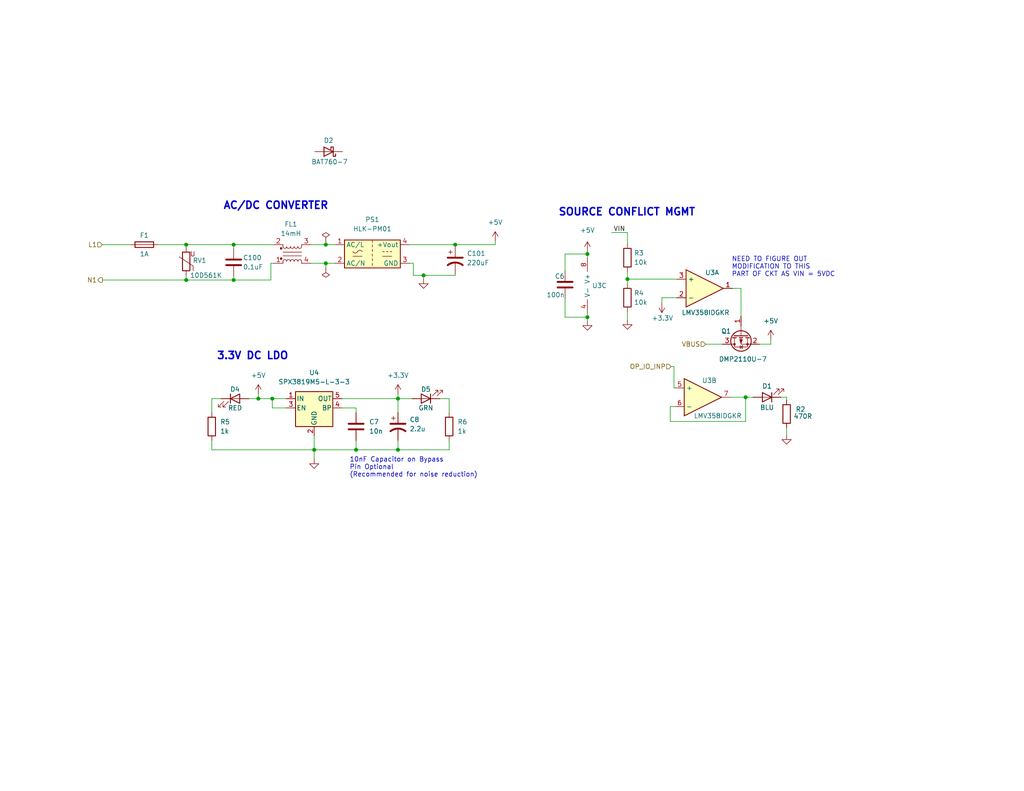
<source format=kicad_sch>
(kicad_sch (version 20211123) (generator eeschema)
  (paper "USLetter")
  (title_block (title "Power Supply - 5V and 3V3 LDOs") (date "2022-11-09") (rev "1.1"))
  (lib_symbols
    (symbol "Converter_ACDC:HLK-PM01"
      (property "Reference" "PS1" (at 0 9.398 0))
      (property "Value" "HLK-PM01" (at 0 6.858 0))
      (symbol "HLK-PM01_0_1"
        (rectangle (start -7.62 3.81) (end 7.62 -3.81) (stroke (width 0.254)) (fill (type background)))
        (arc (start -5.334 0.635) (mid -4.699 0.2495) (end -4.064 0.635))
        (arc (start -2.794 0.635) (mid -3.429 1.0072) (end -4.064 0.635))
        (polyline (pts (xy -5.334 -0.635) (xy -2.794 -0.635)))
        (polyline (pts (xy 0 -2.54) (xy 0 -3.175)))
        (polyline (pts (xy 0 -1.27) (xy 0 -1.905)))
        (polyline (pts (xy 0 0) (xy 0 -0.635)))
        (polyline (pts (xy 0 1.27) (xy 0 0.635)))
        (polyline (pts (xy 0 2.54) (xy 0 1.905)))
        (polyline (pts (xy 0 3.81) (xy 0 3.175)))
        (polyline (pts (xy 2.794 -0.635) (xy 5.334 -0.635)))
        (polyline (pts (xy 2.794 0.635) (xy 3.302 0.635)))
        (polyline (pts (xy 3.81 0.635) (xy 4.318 0.635)))
        (polyline (pts (xy 4.826 0.635) (xy 5.334 0.635)))
      )
      (symbol "HLK-PM01_1_1"
        (pin power_in line (at -10.16 2.54 0) (length 2.54) (name "AC/L") (number "1"))
        (pin power_in line (at -10.16 -2.54 0) (length 2.54) (name "AC/N") (number "2"))
        (pin power_in line (at 10.16 -2.54 180) (length 2.54) (name "GND") (number "3"))
        (pin power_out line (at 10.16 2.54 180) (length 2.54) (name "+Vout") (number "4"))
      )
    )
    (symbol "Device:C" (pin_numbers hide) (pin_names (offset 0.254))
      (property "Reference" "C" (at 0.635 2.54 0))
      (property "Value" "C" (at 0.635 -2.54 0))
      (symbol "C_0_1"
        (polyline (pts (xy -2.032 -0.762) (xy 2.032 -0.762)) (stroke (width 0.508)))
        (polyline (pts (xy -2.032 0.762) (xy 2.032 0.762)) (stroke (width 0.508)))
      )
      (symbol "C_1_1"
        (pin passive line (at 0 3.81 270) (length 2.794) (name "~") (number "1"))
        (pin passive line (at 0 -3.81 90) (length 2.794) (name "~") (number "2"))
      )
    )
    (symbol "Device:C_Polarized_US" (pin_numbers hide) (pin_names (offset 0.254) hide)
      (property "Reference" "C" (at 0.635 2.54 0))
      (property "Value" "C_Polarized_US" (at 0.635 -2.54 0))
      (symbol "C_Polarized_US_0_1"
        (polyline (pts (xy -2.032 0.762) (xy 2.032 0.762)) (stroke (width 0.508)))
        (polyline (pts (xy -1.778 2.286) (xy -0.762 2.286)))
        (polyline (pts (xy -1.27 1.778) (xy -1.27 2.794)))
        (arc (start 2.032 -1.27) (mid 0 -0.5572) (end -2.032 -1.27) (stroke (width 0.508)))
      )
      (symbol "C_Polarized_US_1_1"
        (pin passive line (at 0 3.81 270) (length 2.794) (name "~") (number "1"))
        (pin passive line (at 0 -3.81 90) (length 3.302) (name "~") (number "2"))
      )
    )
    (symbol "Device:D_Schottky" (pin_numbers hide) (pin_names (offset 1.016) hide)
      (property "Reference" "D" (at 0 2.54 0))
      (property "Value" "D_Schottky" (at 0 -2.54 0))
      (symbol "D_Schottky_0_1"
        (polyline (pts (xy 1.27 0) (xy -1.27 0)))
        (polyline (pts (xy 1.27 1.27) (xy 1.27 -1.27) (xy -1.27 0) (xy 1.27 1.27)) (stroke (width 0.254)))
        (polyline (pts (xy -1.905 0.635) (xy -1.905 1.27) (xy -1.27 1.27) (xy -1.27 -1.27) (xy -0.635 -1.27) (xy -0.635 -0.635)) (stroke (width 0.254)))
      )
      (symbol "D_Schottky_1_1"
        (pin passive line (at -3.81 0 0) (length 2.54) (name "K") (number "1"))
        (pin passive line (at 3.81 0 180) (length 2.54) (name "A") (number "2"))
      )
    )
    (symbol "Device:Filter_EMI_LL_1423" (pin_names hide)
      (property "Reference" "FL" (at 0 4.445 0))
      (property "Value" "Filter_EMI_LL_1423" (at 0 -4.445 0))
      (symbol "Filter_EMI_LL_1423_0_1"
        (circle (center -3.048 -1.27) (radius 0.254) (fill (type outline)))
        (circle (center -3.048 1.524) (radius 0.254) (fill (type outline)))
        (arc (start -2.54 2.032) (mid -2.032 1.524) (end -1.524 2.032))
        (arc (start -1.524 -2.032) (mid -2.032 -1.524) (end -2.54 -2.032))
        (arc (start -1.524 2.032) (mid -1.016 1.524) (end -0.508 2.032))
        (arc (start -0.508 -2.032) (mid -1.016 -1.524) (end -1.524 -2.032))
        (arc (start -0.508 2.032) (mid 0 1.524) (end 0.508 2.032))
        (polyline (pts (xy -2.54 -2.032) (xy -2.54 -2.54)))
        (polyline (pts (xy -2.54 0.508) (xy 2.54 0.508)))
        (polyline (pts (xy -2.54 2.032) (xy -2.54 2.54)))
        (polyline (pts (xy 2.54 -2.032) (xy 2.54 -2.54)))
        (polyline (pts (xy 2.54 -0.508) (xy -2.54 -0.508)))
        (polyline (pts (xy 2.54 2.54) (xy 2.54 2.032)))
        (arc (start 0.508 -2.032) (mid 0 -1.524) (end -0.508 -2.032))
        (arc (start 0.508 2.032) (mid 1.016 1.524) (end 1.524 2.032))
        (arc (start 1.524 -2.032) (mid 1.016 -1.524) (end 0.508 -2.032))
        (arc (start 1.524 2.032) (mid 2.032 1.524) (end 2.54 2.032))
        (arc (start 2.54 -2.032) (mid 2.032 -1.524) (end 1.524 -2.032))
      )
      (symbol "Filter_EMI_LL_1423_1_1"
        (pin passive line (at -5.08 -2.54 0) (length 2.54) (name "1") (number "1"))
        (pin passive line (at -5.08 2.54 0) (length 2.54) (name "2") (number "2"))
        (pin passive line (at 5.08 2.54 180) (length 2.54) (name "3") (number "3"))
        (pin passive line (at 5.08 -2.54 180) (length 2.54) (name "4") (number "4"))
      )
    )
    (symbol "Device:Fuse" (pin_numbers hide) (pin_names (offset 0))
      (property "Reference" "F" (at 2.032 0 90))
      (property "Value" "Fuse" (at -1.905 0 90))
      (symbol "Fuse_0_1"
        (rectangle (start -0.762 -2.54) (end 0.762 2.54) (stroke (width 0.254)))
        (polyline (pts (xy 0 2.54) (xy 0 -2.54)))
      )
      (symbol "Fuse_1_1"
        (pin passive line (at 0 3.81 270) (length 1.27) (name "~") (number "1"))
        (pin passive line (at 0 -3.81 90) (length 1.27) (name "~") (number "2"))
      )
    )
    (symbol "Device:LED" (pin_numbers hide) (pin_names (offset 1.016) hide)
      (property "Reference" "D" (at 0 2.54 0))
      (property "Value" "LED" (at 0 -2.54 0))
      (symbol "LED_0_1"
        (polyline (pts (xy -1.27 -1.27) (xy -1.27 1.27)) (stroke (width 0.254)))
        (polyline (pts (xy -1.27 0) (xy 1.27 0)))
        (polyline (pts (xy 1.27 -1.27) (xy 1.27 1.27) (xy -1.27 0) (xy 1.27 -1.27)) (stroke (width 0.254)))
        (polyline (pts (xy -3.048 -0.762) (xy -4.572 -2.286) (xy -3.81 -2.286) (xy -4.572 -2.286) (xy -4.572 -1.524)))
        (polyline (pts (xy -1.778 -0.762) (xy -3.302 -2.286) (xy -2.54 -2.286) (xy -3.302 -2.286) (xy -3.302 -1.524)))
      )
      (symbol "LED_1_1"
        (pin passive line (at -3.81 0 0) (length 2.54) (name "K") (number "1"))
        (pin passive line (at 3.81 0 180) (length 2.54) (name "A") (number "2"))
      )
    )
    (symbol "Device:Opamp_Dual"
      (property "Reference" "U" (at 0 5.08 0))
      (property "Value" "Opamp_Dual" (at 0 -5.08 0))
      (symbol "Opamp_Dual_1_1"
        (polyline (pts (xy -5.08 5.08) (xy 5.08 0) (xy -5.08 -5.08) (xy -5.08 5.08)) (stroke (width 0.254)) (fill (type background)))
        (pin output line (at 7.62 0 180) (length 2.54) (name "~") (number "1"))
        (pin input line (at -7.62 -2.54 0) (length 2.54) (name "-") (number "2"))
        (pin input line (at -7.62 2.54 0) (length 2.54) (name "+") (number "3"))
      )
      (symbol "Opamp_Dual_2_1"
        (polyline (pts (xy -5.08 5.08) (xy 5.08 0) (xy -5.08 -5.08) (xy -5.08 5.08)) (stroke (width 0.254)) (fill (type background)))
        (pin input line (at -7.62 2.54 0) (length 2.54) (name "+") (number "5"))
        (pin input line (at -7.62 -2.54 0) (length 2.54) (name "-") (number "6"))
        (pin output line (at 7.62 0 180) (length 2.54) (name "~") (number "7"))
      )
      (symbol "Opamp_Dual_3_1"
        (pin power_in line (at -2.54 -7.62 90) (length 3.81) (name "V-") (number "4"))
        (pin power_in line (at -2.54 7.62 270) (length 3.81) (name "V+") (number "8"))
      )
    )
    (symbol "Device:Q_PMOS_GSD" (pin_names (offset 0) hide)
      (property "Reference" "Q" (at 5.08 1.27 0))
      (property "Value" "Q_PMOS_GSD" (at 5.08 -1.27 0))
      (symbol "Q_PMOS_GSD_0_1"
        (polyline (pts (xy 0.254 0) (xy -2.54 0)))
        (polyline (pts (xy 0.254 1.905) (xy 0.254 -1.905)) (stroke (width 0.254)))
        (polyline (pts (xy 0.762 -1.27) (xy 0.762 -2.286)) (stroke (width 0.254)))
        (polyline (pts (xy 0.762 0.508) (xy 0.762 -0.508)) (stroke (width 0.254)))
        (polyline (pts (xy 0.762 2.286) (xy 0.762 1.27)) (stroke (width 0.254)))
        (polyline (pts (xy 2.54 2.54) (xy 2.54 1.778)))
        (polyline (pts (xy 2.54 -2.54) (xy 2.54 0) (xy 0.762 0)))
        (polyline (pts (xy 0.762 1.778) (xy 3.302 1.778) (xy 3.302 -1.778) (xy 0.762 -1.778)))
        (polyline (pts (xy 2.286 0) (xy 1.27 0.381) (xy 1.27 -0.381) (xy 2.286 0)) (fill (type outline)))
        (polyline (pts (xy 2.794 -0.508) (xy 2.921 -0.381) (xy 3.683 -0.381) (xy 3.81 -0.254)))
        (polyline (pts (xy 3.302 -0.381) (xy 2.921 0.254) (xy 3.683 0.254) (xy 3.302 -0.381)))
        (circle (center 1.651 0) (radius 2.794) (stroke (width 0.254)))
        (circle (center 2.54 -1.778) (radius 0.254) (fill (type outline)))
        (circle (center 2.54 1.778) (radius 0.254) (fill (type outline)))
      )
      (symbol "Q_PMOS_GSD_1_1"
        (pin input line (at -5.08 0 0) (length 2.54) (name "G") (number "1"))
        (pin passive line (at 2.54 -5.08 90) (length 2.54) (name "S") (number "2"))
        (pin passive line (at 2.54 5.08 270) (length 2.54) (name "D") (number "3"))
      )
    )
    (symbol "Device:R" (pin_numbers hide) (pin_names (offset 0))
      (property "Reference" "R" (at 2.032 0 90))
      (property "Value" "R" (at 0 0 90))
      (symbol "R_0_1"
        (rectangle (start -1.016 -2.54) (end 1.016 2.54) (stroke (width 0.254)))
      )
      (symbol "R_1_1"
        (pin passive line (at 0 3.81 270) (length 1.27) (name "~") (number "1"))
        (pin passive line (at 0 -3.81 90) (length 1.27) (name "~") (number "2"))
      )
    )
    (symbol "Device:Varistor" (pin_numbers hide) (pin_names (offset 0))
      (property "Reference" "RV" (at 3.175 0 90))
      (property "Value" "Varistor" (at -3.175 0 90))
      (symbol "Varistor_0_0"
        (text "U" (at -1.778 -2.032 0) (effects (font (size 1.27 1.27))))
      )
      (symbol "Varistor_0_1"
        (rectangle (start -1.016 -2.54) (end 1.016 2.54) (stroke (width 0.254)))
        (polyline (pts (xy -1.905 2.54) (xy -1.905 1.27) (xy 1.905 -1.27)))
      )
      (symbol "Varistor_1_1"
        (pin passive line (at 0 3.81 270) (length 1.27) (name "~") (number "1"))
        (pin passive line (at 0 -3.81 90) (length 1.27) (name "~") (number "2"))
      )
    )
    (symbol "Regulator_Linear:SPX3819M5-L-3-3" (pin_names (offset 0.254))
      (property "Reference" "U" (at -3.81 5.715 0))
      (property "Value" "SPX3819M5-L-3-3" (at 0 5.715 0))
      (symbol "SPX3819M5-L-3-3_0_1"
        (rectangle (start -5.08 4.445) (end 5.08 -5.08) (stroke (width 0.254)) (fill (type background)))
      )
      (symbol "SPX3819M5-L-3-3_1_1"
        (pin power_in line (at -7.62 2.54 0) (length 2.54) (name "IN") (number "1"))
        (pin power_in line (at 0 -7.62 90) (length 2.54) (name "GND") (number "2"))
        (pin input line (at -7.62 0 0) (length 2.54) (name "EN") (number "3"))
        (pin input line (at 7.62 0 180) (length 2.54) (name "BP") (number "4"))
        (pin power_out line (at 7.62 2.54 180) (length 2.54) (name "OUT") (number "5"))
      )
    )
    (symbol "power:+3.3V" (power) (pin_names (offset 0))
      (property "Value" "+3.3V" (at 0 3.556 0))
      (symbol "+3.3V_0_1"
        (polyline (pts (xy -0.762 1.27) (xy 0 2.54)))
        (polyline (pts (xy 0 0) (xy 0 2.54)))
        (polyline (pts (xy 0 2.54) (xy 0.762 1.27)))
      )
      (symbol "+3.3V_1_1"
        (pin power_in line (at 0 0 90) (length 0) hide (name "+3.3V") (number "1"))
      )
    )
    (symbol "power:+5V" (power) (pin_names (offset 0))
      (property "Value" "+5V" (at 0 3.556 0))
      (symbol "+5V_0_1"
        (polyline (pts (xy -0.762 1.27) (xy 0 2.54)))
        (polyline (pts (xy 0 0) (xy 0 2.54)))
        (polyline (pts (xy 0 2.54) (xy 0.762 1.27)))
      )
      (symbol "+5V_1_1"
        (pin power_in line (at 0 0 90) (length 0) hide (name "+5V") (number "1"))
      )
    )
    (symbol "power:GND" (power) (pin_names (offset 0))
      (property "Value" "GND" (at 0 -3.81 0))
      (symbol "GND_0_1"
        (polyline (pts (xy 0 0) (xy 0 -1.27) (xy 1.27 -1.27) (xy 0 -2.54) (xy -1.27 -1.27) (xy 0 -1.27)))
      )
      (symbol "GND_1_1"
        (pin power_in line (at 0 0 270) (length 0) hide (name "GND") (number "1"))
      )
    )
    (symbol "power:PWR_FLAG" (power) (pin_numbers hide) (pin_names (offset 0) hide)
      (property "Value" "PWR_FLAG" (at 0 3.81 0))
      (symbol "PWR_FLAG_0_0"
        (pin power_out line (at 0 0 90) (length 0) (name "pwr") (number "1"))
      )
      (symbol "PWR_FLAG_0_1"
        (polyline (pts (xy 0 0) (xy 0 1.27) (xy -1.016 1.905) (xy 0 2.54) (xy 1.016 1.905) (xy 0 1.27)))
      )
    )
  )
  (junction (at 108.585 122.809))
  (junction (at 74.295 108.839))
  (junction (at 88.9 71.882))
  (junction (at 124.206 66.802))
  (junction (at 108.585 108.839))
  (junction (at 50.8 66.802))
  (junction (at 50.8 76.454))
  (junction (at 115.57 75.184))
  (junction (at 88.9 66.802))
  (junction (at 171.196 76.2))
  (junction (at 97.155 122.809))
  (junction (at 160.274 69.342))
  (junction (at 63.754 76.454))
  (junction (at 203.454 108.458))
  (junction (at 63.754 66.802))
  (junction (at 70.485 108.839))
  (junction (at 85.725 122.809))
  (junction (at 160.274 86.614))
  (wire (pts (xy 73.914 71.882) (xy 73.914 76.454)))
  (wire (pts (xy 108.585 107.569) (xy 108.585 108.839)))
  (wire (pts (xy 108.585 108.839) (xy 108.585 112.649)))
  (wire (pts (xy 63.754 75.438) (xy 63.754 76.454)))
  (wire (pts (xy 124.206 66.802) (xy 135.128 66.802)))
  (wire (pts (xy 78.105 111.379) (xy 74.295 111.379)))
  (wire (pts (xy 160.274 86.614) (xy 160.274 87.63)))
  (wire (pts (xy 97.155 122.809) (xy 85.725 122.809)))
  (wire (pts (xy 171.196 63.5) (xy 171.196 66.548)))
  (wire (pts (xy 115.57 75.184) (xy 115.57 76.2)))
  (wire (pts (xy 160.274 68.58) (xy 160.274 69.342)))
  (wire (pts (xy 70.485 107.569) (xy 70.485 108.839)))
  (wire (pts (xy 85.725 122.809) (xy 85.725 125.349)))
  (wire (pts (xy 85.725 118.999) (xy 85.725 122.809)))
  (wire (pts (xy 97.155 120.269) (xy 97.155 122.809)))
  (wire (pts (xy 154.178 73.914) (xy 154.178 69.342)))
  (wire (pts (xy 210.312 93.98) (xy 210.312 92.71)))
  (wire (pts (xy 166.878 63.5) (xy 171.196 63.5)))
  (wire (pts (xy 171.196 76.2) (xy 184.658 76.2)))
  (wire (pts (xy 112.776 71.882) (xy 112.776 75.184)))
  (wire (pts (xy 214.63 116.84) (xy 214.63 118.745)))
  (wire (pts (xy 88.9 71.882) (xy 91.44 71.882)))
  (wire (pts (xy 111.76 71.882) (xy 112.776 71.882)))
  (wire (pts (xy 50.8 76.454) (xy 63.754 76.454)))
  (wire (pts (xy 74.676 71.882) (xy 73.914 71.882)))
  (wire (pts (xy 124.206 74.93) (xy 124.206 75.184)))
  (wire (pts (xy 199.898 78.74) (xy 202.184 78.74)))
  (wire (pts (xy 124.206 67.31) (xy 124.206 66.802)))
  (wire (pts (xy 182.88 115.062) (xy 203.454 115.062)))
  (wire (pts (xy 74.295 108.839) (xy 78.105 108.839)))
  (wire (pts (xy 50.8 66.802) (xy 50.8 67.564)))
  (wire (pts (xy 122.555 120.269) (xy 122.555 122.809)))
  (wire (pts (xy 57.785 108.839) (xy 60.325 108.839)))
  (wire (pts (xy 171.196 74.168) (xy 171.196 76.2)))
  (wire (pts (xy 84.836 71.882) (xy 88.9 71.882)))
  (wire (pts (xy 199.39 108.458) (xy 203.454 108.458)))
  (wire (pts (xy 207.264 93.98) (xy 210.312 93.98)))
  (wire (pts (xy 214.63 108.458) (xy 214.63 109.22)))
  (wire (pts (xy 171.196 85.09) (xy 171.196 87.376)))
  (wire (pts (xy 154.178 86.614) (xy 160.274 86.614)))
  (wire (pts (xy 111.76 66.802) (xy 124.206 66.802)))
  (wire (pts (xy 112.776 75.184) (xy 115.57 75.184)))
  (wire (pts (xy 108.585 122.809) (xy 122.555 122.809)))
  (wire (pts (xy 154.178 81.534) (xy 154.178 86.614)))
  (wire (pts (xy 192.532 93.98) (xy 197.104 93.98)))
  (wire (pts (xy 63.754 66.802) (xy 74.676 66.802)))
  (wire (pts (xy 97.155 111.379) (xy 97.155 112.649)))
  (wire (pts (xy 180.594 81.28) (xy 184.658 81.28)))
  (wire (pts (xy 57.785 120.269) (xy 57.785 122.809)))
  (wire (pts (xy 88.9 66.04) (xy 88.9 66.802)))
  (wire (pts (xy 184.15 105.918) (xy 183.896 105.918)))
  (wire (pts (xy 182.88 110.998) (xy 184.15 110.998)))
  (wire (pts (xy 84.836 66.802) (xy 88.9 66.802)))
  (wire (pts (xy 67.945 108.839) (xy 70.485 108.839)))
  (wire (pts (xy 122.555 108.839) (xy 122.555 112.649)))
  (wire (pts (xy 108.585 122.809) (xy 97.155 122.809)))
  (wire (pts (xy 93.345 108.839) (xy 108.585 108.839)))
  (wire (pts (xy 50.8 66.802) (xy 63.754 66.802)))
  (wire (pts (xy 108.585 108.839) (xy 112.395 108.839)))
  (wire (pts (xy 180.594 82.804) (xy 180.594 81.28)))
  (wire (pts (xy 93.345 111.379) (xy 97.155 111.379)))
  (wire (pts (xy 88.9 66.802) (xy 91.44 66.802)))
  (wire (pts (xy 63.754 66.802) (xy 63.754 67.818)))
  (wire (pts (xy 88.9 71.882) (xy 88.9 73.152)))
  (wire (pts (xy 213.106 108.458) (xy 214.63 108.458)))
  (wire (pts (xy 160.274 69.342) (xy 160.274 70.358)))
  (wire (pts (xy 203.454 115.062) (xy 203.454 108.458)))
  (wire (pts (xy 108.585 120.269) (xy 108.585 122.809)))
  (wire (pts (xy 57.785 112.649) (xy 57.785 108.839)))
  (wire (pts (xy 43.18 66.802) (xy 50.8 66.802)))
  (wire (pts (xy 115.57 75.184) (xy 124.206 75.184)))
  (wire (pts (xy 63.754 76.454) (xy 73.914 76.454)))
  (wire (pts (xy 27.94 66.802) (xy 35.56 66.802)))
  (wire (pts (xy 120.015 108.839) (xy 122.555 108.839)))
  (wire (pts (xy 74.295 111.379) (xy 74.295 108.839)))
  (wire (pts (xy 57.785 122.809) (xy 85.725 122.809)))
  (wire (pts (xy 203.454 108.458) (xy 205.486 108.458)))
  (wire (pts (xy 183.896 105.918) (xy 183.896 100.076)))
  (wire (pts (xy 154.178 69.342) (xy 160.274 69.342)))
  (wire (pts (xy 182.88 110.998) (xy 182.88 115.062)))
  (wire (pts (xy 70.485 108.839) (xy 74.295 108.839)))
  (wire (pts (xy 27.94 76.454) (xy 50.8 76.454)))
  (wire (pts (xy 171.196 76.2) (xy 171.196 77.47)))
  (wire (pts (xy 160.274 85.598) (xy 160.274 86.614)))
  (wire (pts (xy 135.128 65.786) (xy 135.128 66.802)))
  (wire (pts (xy 183.896 100.076) (xy 183.134 100.076)))
  (wire (pts (xy 202.184 78.74) (xy 202.184 86.36)))
  (wire (pts (xy 50.8 75.184) (xy 50.8 76.454)))
  (text "3.3V DC LDO" (at 59.055 98.425 0) (effects (font (size 2 2) (thickness 0.4) bold) (justify left bottom)))
  (text "NEED TO FIGURE OUT\nMODIFICATION TO THIS\nPART OF CKT AS VIN = 5VDC" (at 199.644 75.692 0) (effects (font (size 1.27 1.27)) (justify left bottom)))
  (text "AC/DC CONVERTER" (at 60.833 57.404 0) (effects (font (size 2 2) (thickness 0.4) bold) (justify left bottom)))
  (text "SOURCE CONFLICT MGMT" (at 152.273 59.182 0) (effects (font (size 2 2) (thickness 0.4) bold) (justify left bottom)))
  (text "10nF Capacitor on Bypass \nPin Optional\n(Recommended for noise reduction)\n" (at 95.377 130.429 0) (effects (font (size 1.27 1.27)) (justify left bottom)))
  (label "VIN" (at 167.386 63.5 0))
  (hierarchical_label "VBUS" (shape input) (at 192.532 93.98 180))
  (hierarchical_label "L1" (shape input) (at 27.94 66.802 180))
  (hierarchical_label "OP_IO_INP" (shape input) (at 183.134 100.076 180))
  (hierarchical_label "N1" (shape output) (at 27.94 76.454 180))
  (symbol (lib_id "Device:C") (at 63.754 71.628 0) (unit 1)
    (property "Reference" "C100" (at 66.294 70.358 0) (effects (justify left)))
    (property "Value" "0.1uF" (at 66.294 72.898 0) (effects (justify left)))
    (property "Footprint" "Capacitor_THT:C_Rect_L13.0mm_W8.0mm_P10.00mm_FKS3_FKP3_MKS4" (effects hide))
  )
  (symbol (lib_id "Device:R") (at 171.196 81.28 0) (unit 1)
    (property "Reference" "R4" (at 172.974 80.0099 0) (effects (justify left)))
    (property "Value" "10k" (at 172.974 82.5499 0) (effects (justify left)))
    (property "Footprint" "Resistor_SMD:R_0603_1608Metric" (effects hide))
  )
  (symbol (lib_id "Device:R") (at 57.785 116.459 0) (unit 1)
    (property "Reference" "R5" (at 60.071 115.1889 0) (effects (justify left)))
    (property "Value" "1k" (at 60.071 117.7289 0) (effects (justify left)))
    (property "Footprint" "Resistor_SMD:R_0603_1608Metric" (effects hide))
  )
  (symbol (lib_id "Device:R") (at 171.196 70.358 0) (unit 1)
    (property "Reference" "R3" (at 172.974 69.0879 0) (effects (justify left)))
    (property "Value" "10k" (at 172.974 71.6279 0) (effects (justify left)))
    (property "Footprint" "Resistor_SMD:R_0603_1608Metric" (effects hide))
  )
  (symbol (lib_id "power:GND") (at 160.274 87.63 0) (unit 1)
    (property "Reference" "#PWR0120" (effects hide))
    (property "Value" "GND" (effects hide))
  )
  (symbol (lib_id "Device:C") (at 97.155 116.459 0) (unit 1)
    (property "Reference" "C7" (at 100.711 115.1889 0) (effects (justify left)))
    (property "Value" "10n" (at 100.711 117.7289 0) (effects (justify left)))
    (property "Footprint" "Capacitor_SMD:C_0603_1608Metric" (effects hide))
  )
  (symbol (lib_id "Device:Varistor") (at 50.8 71.374 180) (unit 1)
    (property "Reference" "RV1" (at 52.578 71.12 0) (effects (justify right)))
    (property "Value" "10D561K" (at 51.816 75.184 0) (effects (justify right)))
    (property "Footprint" "Varistor:RV_Disc_D12mm_W5.8mm_P7.5mm" (effects hide))
  )
  (symbol (lib_id "Device:LED") (at 116.205 108.839 180) (unit 1)
    (property "Reference" "D5" (at 116.205 106.299 0))
    (property "Value" "GRN" (at 116.205 111.379 0))
    (property "Footprint" "LED_SMD:LED_0805_2012Metric" (effects hide))
  )
  (symbol (lib_id "Device:Q_PMOS_GSD") (at 202.184 91.44 90) (mirror x) (unit 1)
    (property "Reference" "Q1" (at 198.12 90.424 90))
    (property "Value" "DMP2110U-7" (at 202.692 98.044 90))
    (property "Footprint" "Package_TO_SOT_SMD:SOT-23" (effects hide))
  )
  (symbol (lib_id "Device:C") (at 154.178 77.724 0) (unit 1)
    (property "Reference" "C6" (at 151.384 75.438 0) (effects (justify left)))
    (property "Value" "100n" (at 149.098 80.518 0) (effects (justify left)))
    (property "Footprint" "Capacitor_SMD:C_0603_1608Metric" (effects hide))
  )
  (symbol (lib_id "Device:C_Polarized_US") (at 108.585 116.459 0) (unit 1)
    (property "Reference" "C8" (at 111.76 114.5539 0) (effects (justify left)))
    (property "Value" "2.2u" (at 111.76 117.0939 0) (effects (justify left)))
    (property "Footprint" "Capacitor_SMD:C_0805_2012Metric" (effects hide))
  )
  (symbol (lib_id "power:GND") (at 214.63 118.745 0) (unit 1)
    (property "Reference" "#PWR0124" (effects hide))
    (property "Value" "GND" (effects hide))
  )
  (symbol (lib_id "Device:R") (at 122.555 116.459 0) (unit 1)
    (property "Reference" "R6" (at 124.841 115.1889 0) (effects (justify left)))
    (property "Value" "1k" (at 124.841 117.7289 0) (effects (justify left)))
    (property "Footprint" "Resistor_SMD:R_0603_1608Metric" (effects hide))
  )
  (symbol (lib_id "Converter_ACDC:HLK-PM01") (at 101.6 69.342 0) (unit 1)
    (property "Reference" "PS1" (at 101.6 59.944 0))
    (property "Value" "HLK-PM01" (at 101.6 62.484 0))
    (property "Footprint" "Converter_ACDC:Converter_ACDC_HiLink_HLK-PMxx" (effects hide))
    (property "Datasheet" "http://www.hlktech.net/product_detail.php?ProId=54" (effects hide))
  )
  (symbol (lib_id "Device:C_Polarized_US") (at 124.206 71.12 0) (unit 1)
    (property "Reference" "C101" (at 127.381 69.2149 0) (effects (justify left)))
    (property "Value" "220uF" (at 127.381 71.7549 0) (effects (justify left)))
    (property "Footprint" "Capacitor_SMD:CP_Elec_6.3x5.9" (effects hide))
  )
  (symbol (lib_id "Device:LED") (at 64.135 108.839 0) (unit 1)
    (property "Reference" "D4" (at 64.135 106.299 0))
    (property "Value" "RED" (at 64.135 111.379 0))
    (property "Footprint" "LED_SMD:LED_0805_2012Metric" (effects hide))
  )
  (symbol (lib_id "Device:Opamp_Dual") (at 191.77 108.458 0) (unit 2)
    (property "Reference" "U3" (at 193.548 103.886 0))
    (property "Value" "LMV358IDGKR" (at 195.834 113.538 0))
    (property "Footprint" "Package_SO:VSSOP-8_3.0x3.0mm_P0.65mm" (effects hide))
  )
  (symbol (lib_id "Device:Filter_EMI_LL_1423") (at 79.756 69.342 0) (unit 1)
    (property "Reference" "FL1" (at 79.375 61.214 0))
    (property "Value" "14mH" (at 79.375 63.754 0))
    (property "Footprint" "_USER_EMI_Filter:KEMET SU9H-R02140" (effects hide))
  )
  (symbol (lib_id "Device:D_Schottky") (at 89.662 41.402 180) (unit 1)
    (property "Reference" "D2" (at 89.662 38.354 0))
    (property "Value" "BAT760-7" (at 89.916 44.196 0))
    (property "Footprint" "Diode_SMD:D_SOD-323" (effects hide))
  )
  (symbol (lib_id "power:GND") (at 115.57 76.2 0) (unit 1)
    (property "Reference" "#PWR0117" (effects hide))
    (property "Value" "GND" (effects hide))
  )
  (symbol (lib_id "power:+5V") (at 135.128 65.786 0) (unit 1)
    (property "Reference" "#PWR0127" (effects hide))
    (property "Value" "+5V" (at 135.128 60.706 0))
  )
  (symbol (lib_id "Device:Fuse") (at 39.37 66.802 90) (unit 1)
    (property "Reference" "F1" (at 39.37 64.262 90))
    (property "Value" "1A" (at 39.37 69.342 90))
    (property "Footprint" "_USER_Fuse_Holders:WE 696106003002" (effects hide))
  )
  (symbol (lib_id "power:+5V") (at 160.274 68.58 0) (unit 1)
    (property "Reference" "#PWR0118" (effects hide))
    (property "Value" "+5V" (at 160.274 62.865 0))
  )
  (symbol (lib_id "power:GND") (at 85.725 125.349 0) (unit 1)
    (property "Reference" "#PWR0101" (effects hide))
    (property "Value" "GND" (effects hide))
  )
  (symbol (lib_id "Device:LED") (at 209.296 108.458 180) (unit 1)
    (property "Reference" "D1" (at 209.296 105.41 0))
    (property "Value" "BLU" (at 209.296 111.252 0))
    (property "Footprint" "LED_SMD:LED_0805_2012Metric" (effects hide))
  )
  (symbol (lib_id "Regulator_Linear:SPX3819M5-L-3-3") (at 85.725 111.379 0) (unit 1)
    (property "Reference" "U4" (at 85.725 101.727 0))
    (property "Value" "SPX3819M5-L-3-3" (at 85.725 104.267 0))
    (property "Footprint" "Package_TO_SOT_SMD:SOT-23-5" (effects hide))
    (property "Datasheet" "https://www.exar.com/content/document.ashx?id=22106&languageid=1033&type=Datasheet&partnumber=SPX3819&filename=SPX3819.pdf&part=SPX3819" (effects hide))
  )
  (symbol (lib_id "power:PWR_FLAG") (at 88.9 73.152 180) (unit 1)
    (property "Reference" "#FLG02" (effects hide))
    (property "Value" "PWR_FLAG" (effects hide))
  )
  (symbol (lib_id "power:+3.3V") (at 180.594 82.804 180) (unit 1)
    (property "Reference" "#PWR0125" (effects hide))
    (property "Value" "+3.3V" (at 177.8 86.868 0) (effects (justify right)))
  )
  (symbol (lib_id "power:+5V") (at 70.485 107.569 0) (unit 1)
    (property "Reference" "#PWR0102" (effects hide))
    (property "Value" "+5V" (at 70.485 102.489 0))
  )
  (symbol (lib_id "Device:Opamp_Dual") (at 162.814 77.978 0) (unit 3)
    (property "Reference" "U3" (at 161.544 77.9779 0) (effects (justify left)))
    (property "Value" "LMV358IDGKR" (effects hide))
    (property "Footprint" "Package_SO:VSSOP-8_3.0x3.0mm_P0.65mm" (effects hide))
  )
  (symbol (lib_id "power:PWR_FLAG") (at 88.9 66.04 0) (unit 1)
    (property "Reference" "#FLG01" (effects hide))
    (property "Value" "PWR_FLAG" (effects hide))
  )
  (symbol (lib_id "power:GND") (at 171.196 87.376 0) (unit 1)
    (property "Reference" "#PWR0121" (effects hide))
    (property "Value" "GND" (effects hide))
  )
  (symbol (lib_id "Device:R") (at 214.63 113.03 0) (unit 1)
    (property "Reference" "R2" (at 218.44 111.76 0))
    (property "Value" "470R" (at 219.075 113.665 0))
    (property "Footprint" "Resistor_SMD:R_0603_1608Metric" (effects hide))
  )
  (symbol (lib_id "power:+5V") (at 210.312 92.71 0) (unit 1)
    (property "Reference" "#PWR0126" (effects hide))
    (property "Value" "+5V" (at 210.312 87.63 0))
  )
  (symbol (lib_id "power:+3.3V") (at 108.585 107.569 0) (unit 1)
    (property "Reference" "#PWR0103" (effects hide))
    (property "Value" "+3.3V" (at 108.585 102.489 0))
  )
  (symbol (lib_id "Device:Opamp_Dual") (at 192.278 78.74 0) (unit 1)
    (property "Reference" "U3" (at 194.31 74.422 0))
    (property "Value" "LMV358IDGKR" (at 192.532 85.344 0))
    (property "Footprint" "Package_SO:VSSOP-8_3.0x3.0mm_P0.65mm" (effects hide))
  )
)
</source>
